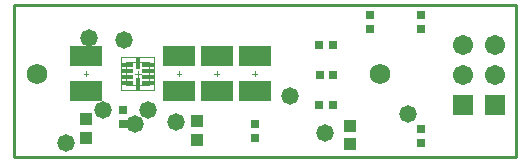
<source format=gts>
G04 Layer_Color=8388736*
%FSLAX44Y44*%
%MOMM*%
G71*
G01*
G75*
%ADD18C,0.1000*%
%ADD19C,0.2540*%
%ADD20C,0.0500*%
%ADD27R,0.7532X0.7532*%
%ADD28R,2.8032X1.7032*%
%ADD29R,1.0532X1.0532*%
%ADD30R,0.7532X0.7532*%
%ADD31R,1.1032X0.4532*%
%ADD32R,0.4532X1.1032*%
%ADD33C,1.7272*%
%ADD34C,1.7032*%
%ADD35R,1.7032X1.7032*%
%ADD36C,1.4732*%
D18*
X81000Y88001D02*
Y92001D01*
X79000Y90001D02*
X83000D01*
X159750Y88000D02*
Y92000D01*
X157750Y90000D02*
X161750D01*
X191750Y88000D02*
Y92000D01*
X189750Y90000D02*
X193750D01*
X224000Y88000D02*
Y92000D01*
X222000Y90000D02*
X226000D01*
X134750Y80001D02*
Y100001D01*
X114750Y80001D02*
X134750D01*
X114750D02*
Y100001D01*
X134750D01*
X122250Y90001D02*
X127250D01*
X124750Y87500D02*
Y92501D01*
D19*
X20250Y148000D02*
X445000D01*
X445250Y52250D02*
Y116250D01*
X445000Y20000D02*
X445250Y20250D01*
X20500Y19750D02*
X445000D01*
X20250Y20000D02*
X20500Y19750D01*
X20250Y20000D02*
Y148000D01*
X445250Y20250D02*
Y52250D01*
Y116250D02*
Y148250D01*
D20*
X139000Y75750D02*
Y104251D01*
X110500Y75750D02*
X139000D01*
X110500D02*
Y104251D01*
X139000D01*
D27*
X321250Y139843D02*
D03*
Y128159D02*
D03*
X364500Y42842D02*
D03*
Y31158D02*
D03*
X224251Y47343D02*
D03*
Y35659D02*
D03*
X112500Y47159D02*
D03*
Y58843D02*
D03*
X364500Y139843D02*
D03*
Y128159D02*
D03*
D28*
X81000Y75001D02*
D03*
Y105001D02*
D03*
X159750Y75000D02*
D03*
Y105000D02*
D03*
X191750Y75000D02*
D03*
Y105000D02*
D03*
X224000Y75000D02*
D03*
Y105000D02*
D03*
D29*
X81000Y35751D02*
D03*
Y51250D02*
D03*
X175500Y34000D02*
D03*
Y49500D02*
D03*
X304500Y45750D02*
D03*
Y30250D02*
D03*
D30*
X290592Y89000D02*
D03*
X278908D02*
D03*
X290343Y63251D02*
D03*
X278659D02*
D03*
X290342Y114251D02*
D03*
X278658D02*
D03*
D31*
X116000Y97500D02*
D03*
Y92501D02*
D03*
Y87500D02*
D03*
Y82501D02*
D03*
X133500D02*
D03*
Y87500D02*
D03*
Y92501D02*
D03*
Y97500D02*
D03*
D32*
X124750Y81250D02*
D03*
Y98751D02*
D03*
D33*
X330000Y90000D02*
D03*
X40000D02*
D03*
D34*
X427500Y113900D02*
D03*
Y88500D02*
D03*
X400000Y113900D02*
D03*
Y88500D02*
D03*
D35*
X427500Y63100D02*
D03*
X400000D02*
D03*
D36*
X83312Y119888D02*
D03*
X113030Y118872D02*
D03*
X353748Y56060D02*
D03*
X95250Y58843D02*
D03*
X283210Y39624D02*
D03*
X122851Y47159D02*
D03*
X157250Y49000D02*
D03*
X64000Y31500D02*
D03*
X254000Y71000D02*
D03*
X133250Y59250D02*
D03*
M02*

</source>
